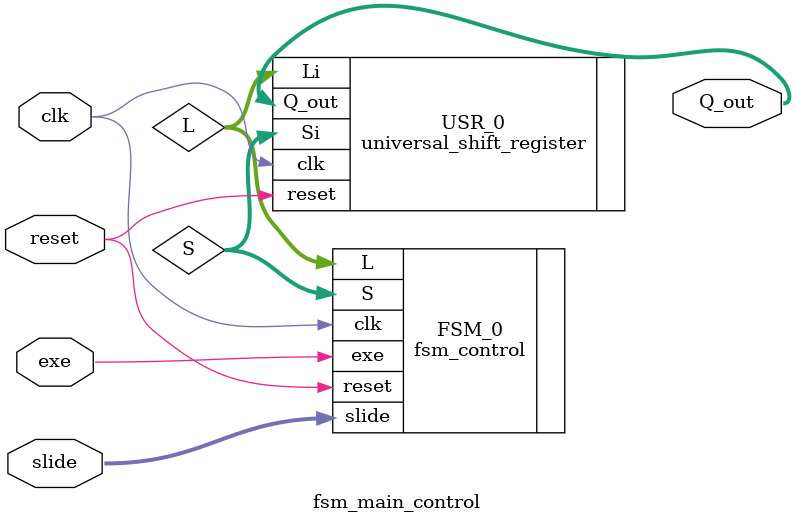
<source format=v>

 module fsm_main_control(clk, reset, exe, slide, Q_out);
	input clk, reset, exe;
	input [1:0] slide;
	
	wire [3:0] Li;
	wire [2:0] Si;
    wire [3:0] L;
	wire [2:0] S;
	output [3:0] Q_out;

	fsm_control FSM_0(.clk(clk), .reset(reset), .exe(exe), .slide(slide), .L(L), .S(S));
	universal_shift_register USR_0(.Li(L),.Si(S),.clk(clk),.reset(reset),.Q_out(Q_out));
	
endmodule

</source>
